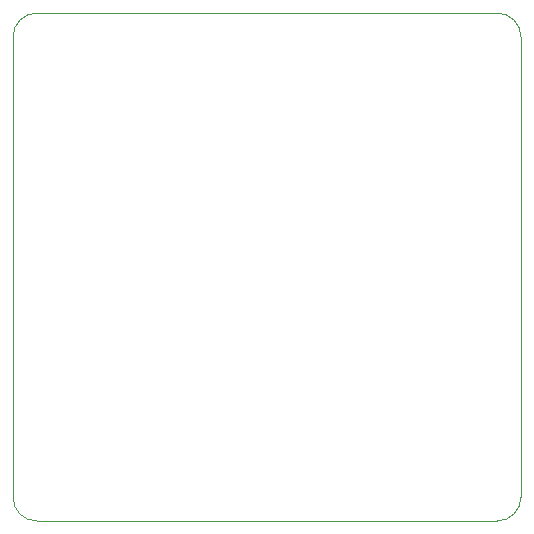
<source format=gbr>
%TF.GenerationSoftware,KiCad,Pcbnew,(5.1.9-0-10_14)*%
%TF.CreationDate,2021-05-20T12:01:01+02:00*%
%TF.ProjectId,turbocan,74757262-6f63-4616-9e2e-6b696361645f,rev?*%
%TF.SameCoordinates,Original*%
%TF.FileFunction,Profile,NP*%
%FSLAX46Y46*%
G04 Gerber Fmt 4.6, Leading zero omitted, Abs format (unit mm)*
G04 Created by KiCad (PCBNEW (5.1.9-0-10_14)) date 2021-05-20 12:01:01*
%MOMM*%
%LPD*%
G01*
G04 APERTURE LIST*
%TA.AperFunction,Profile*%
%ADD10C,0.050000*%
%TD*%
G04 APERTURE END LIST*
D10*
X16000000Y-14000000D02*
X55000000Y-14000000D01*
X57000000Y-16000000D02*
X57000000Y-55000000D01*
X55000000Y-57000000D02*
X16000000Y-57000000D01*
X14000000Y-55000000D02*
X14000000Y-16000000D01*
X14000000Y-16000000D02*
G75*
G02*
X16000000Y-14000000I2000000J0D01*
G01*
X55000000Y-14000000D02*
G75*
G02*
X57000000Y-16000000I0J-2000000D01*
G01*
X57000000Y-55000000D02*
G75*
G02*
X55000000Y-57000000I-2000000J0D01*
G01*
X16000000Y-57000000D02*
G75*
G02*
X14000000Y-55000000I0J2000000D01*
G01*
M02*

</source>
